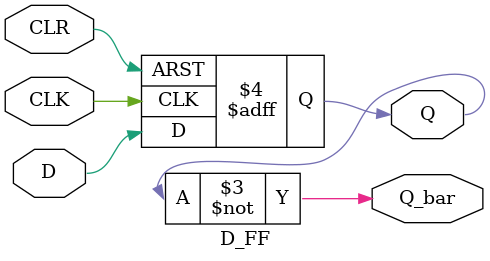
<source format=v>
module D_FF (input D, CLK, CLR, output reg Q, Q_bar);
    
    always @(posedge CLK or posedge CLR) begin
        if (CLR)
            Q <= 1'b0;
        else
            Q <= D;
    end 

    always @(Q) begin
        Q_bar <= ~Q;
    end
endmodule
</source>
